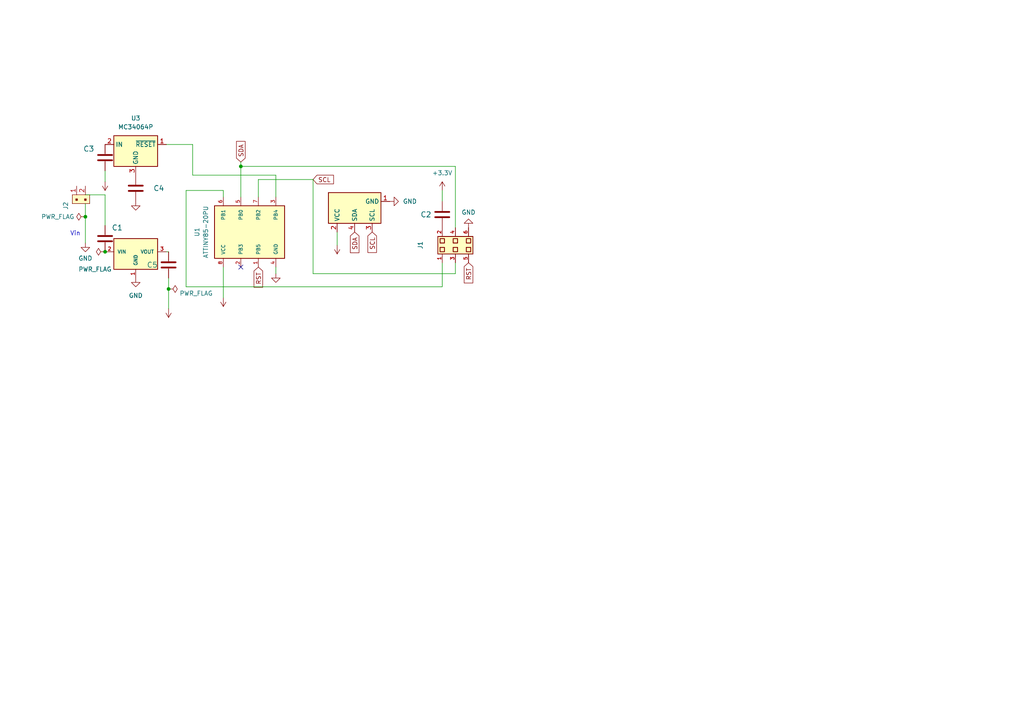
<source format=kicad_sch>
(kicad_sch (version 20230121) (generator eeschema)
  (paper "A4")
  (title_block (title "Project 2 PCB, TinyTemp") (date "04/07/24") (company "Kyle Auyeung"))
  (lib_symbols
    (symbol "30306-6002HB:30306-6002HB" (pin_names (offset 1.016))
      (property "Reference" "J" (at -0.762 8.128 0))
      (property "Value" "30306-6002HB" (at -7.62 6.35 0))
      (symbol "30306-6002HB_1_0"
        (rectangle (start -2.54 5.08) (end 2.54 -5.08) (stroke (width 0.254)) (fill (type background)))
        (pin passive line (at -5.08 3.81 0) (length 2.54) (name "") (number "1"))
        (pin passive line (at 5.08 3.81 180) (length 2.54) (name "") (number "2"))
        (pin passive line (at -5.08 0 0) (length 2.54) (name "") (number "3"))
        (pin passive line (at 5.08 0 180) (length 2.54) (name "") (number "4"))
        (pin passive line (at -5.08 -3.81 0) (length 2.54) (name "") (number "5"))
        (pin passive line (at 5.08 -3.81 180) (length 2.54) (name "") (number "6"))
      )
      (symbol "30306-6002HB_1_1"
        (rectangle (start -1.905 -3.175) (end -0.635 -4.445) (stroke (width 0.254)))
        (rectangle (start -1.905 0.635) (end -0.635 -0.635) (stroke (width 0.254)))
        (rectangle (start -1.905 4.445) (end -0.635 3.175) (stroke (width 0.254)))
        (rectangle (start 0.635 -3.175) (end 1.905 -4.445) (stroke (width 0.254)))
        (rectangle (start 0.635 0.635) (end 1.905 -0.635) (stroke (width 0.254)))
        (rectangle (start 0.635 4.445) (end 1.905 3.175) (stroke (width 0.254)))
      )
    )
    (symbol "ATTINY85-20PU:ATTINY85-20PU" (pin_names (offset 1.016))
      (property "Reference" "U" (at -0.635 13.97 0))
      (property "Value" "ATTINY85-20PU" (at -7.62 12.065 0))
      (symbol "ATTINY85-20PU_1_0"
        (rectangle (start -7.62 11.43) (end 7.62 -8.89) (stroke (width 0.254)) (fill (type background)))
        (pin bidirectional line (at -10.16 -1.27 0) (length 2.54) (name "PB5") (number "1"))
        (pin bidirectional line (at -10.16 3.81 0) (length 2.54) (name "PB3") (number "2"))
        (pin bidirectional line (at 10.16 -6.35 180) (length 2.54) (name "PB4") (number "3"))
        (pin power_in line (at -10.16 -6.35 0) (length 2.54) (name "GND") (number "4"))
        (pin bidirectional line (at 10.16 3.81 180) (length 2.54) (name "PB0") (number "5"))
        (pin bidirectional line (at 10.16 8.89 180) (length 2.54) (name "PB1") (number "6"))
        (pin bidirectional line (at 10.16 -1.27 180) (length 2.54) (name "PB2") (number "7"))
        (pin power_in line (at -10.16 8.89 0) (length 2.54) (name "VCC") (number "8"))
      )
    )
    (symbol "C320C104K5R5TA7317:C320C104K5R5TA7317" (pin_numbers hide) (pin_names (offset 0.254) hide)
      (property "Reference" "C" (at 0 6.35 0))
      (property "Value" "C320C104K5R5TA7317" (at 0 3.81 0))
      (symbol "C320C104K5R5TA7317_0_1"
        (polyline (pts (xy -1.27 0) (xy -1.016 0)))
        (polyline (pts (xy -0.762 -2.032) (xy -0.762 2.032)) (stroke (width 0.508)))
        (polyline (pts (xy 0.762 -2.032) (xy 0.762 2.032)) (stroke (width 0.508)))
        (polyline (pts (xy 1.27 0) (xy 1.016 0)))
      )
      (symbol "C320C104K5R5TA7317_1_1"
        (pin passive line (at -3.81 0 0) (length 2.54) (name "") (number "1"))
        (pin passive line (at 3.81 0 180) (length 2.54) (name "") (number "2"))
      )
      (symbol "C320C104K5R5TA7317_1_2"
        (polyline (pts (xy -1.905 -4.1148) (xy 1.905 -4.1148)) (stroke (width 0.2032)))
        (polyline (pts (xy -1.905 -3.4798) (xy 1.905 -3.4798)) (stroke (width 0.2032)))
        (polyline (pts (xy 0 -4.1148) (xy 0 -5.08)) (stroke (width 0.2032)))
        (polyline (pts (xy 0 -2.54) (xy 0 -3.4798)) (stroke (width 0.2032)))
        (pin unspecified line (at 0 0 270) (length 2.54) (name "") (number "1"))
        (pin unspecified line (at 0 -7.62 90) (length 2.54) (name "") (number "2"))
      )
    )
    (symbol "C330C105K5R5TA:C330C105K5R5TA" (pin_numbers hide) (pin_names (offset 0.254) hide)
      (property "Reference" "C" (at 0 6.35 0))
      (property "Value" "C330C105K5R5TA" (at 0 3.81 0))
      (symbol "C330C105K5R5TA_0_1"
        (polyline (pts (xy -1.27 0) (xy -1.016 0)))
        (polyline (pts (xy -0.762 -2.032) (xy -0.762 2.032)) (stroke (width 0.508)))
        (polyline (pts (xy 0.762 -2.032) (xy 0.762 2.032)) (stroke (width 0.508)))
        (polyline (pts (xy 1.27 0) (xy 1.016 0)))
      )
      (symbol "C330C105K5R5TA_1_1"
        (pin passive line (at -3.81 0 0) (length 2.54) (name "") (number "1"))
        (pin passive line (at 3.81 0 180) (length 2.54) (name "") (number "2"))
      )
      (symbol "C330C105K5R5TA_1_2"
        (polyline (pts (xy -1.905 -4.1148) (xy 1.905 -4.1148)) (stroke (width 0.2032)))
        (polyline (pts (xy -1.905 -3.4798) (xy 1.905 -3.4798)) (stroke (width 0.2032)))
        (polyline (pts (xy 0 -4.1148) (xy 0 -5.08)) (stroke (width 0.2032)))
        (polyline (pts (xy 0 -2.54) (xy 0 -3.4798)) (stroke (width 0.2032)))
        (pin unspecified line (at 0 0 270) (length 2.54) (name "") (number "1"))
        (pin unspecified line (at 0 -7.62 90) (length 2.54) (name "") (number "2"))
      )
    )
    (symbol "MCP1700-3302E_TO:MCP1700-3302E_TO" (pin_names (offset 1.016))
      (property "Reference" "U1" (at 0 7.747 0))
      (property "Value" "MCP1700-3302E_TO" (at 0 5.207 0))
      (symbol "MCP1700-3302E_TO_1_0"
        (rectangle (start -6.35 3.81) (end 6.35 -5.08) (stroke (width 0.254)) (fill (type background)))
        (pin power_in line (at 0 -7.62 90) (length 2.54) (name "GND") (number "1"))
        (pin power_in line (at -8.89 0 0) (length 2.54) (name "VIN") (number "2"))
        (pin power_out line (at 8.89 0 180) (length 2.54) (name "VOUT") (number "3"))
      )
    )
    (symbol "Power_Supervisor:MC34064P"
      (property "Reference" "U" (at -5.08 5.08 0))
      (property "Value" "MC34064P" (at 5.08 5.08 0))
      (symbol "MC34064P_0_1"
        (rectangle (start -6.35 -5.08) (end 6.35 3.81) (stroke (width 0.254)) (fill (type background)))
      )
      (symbol "MC34064P_1_1"
        (pin open_collector line (at 8.89 1.27 180) (length 2.54) (name "~{RESET}") (number "1"))
        (pin input line (at -8.89 1.27 0) (length 2.54) (name "IN") (number "2"))
        (pin input line (at 0 -7.62 90) (length 2.54) (name "GND") (number "3"))
      )
    )
    (symbol "SSD1306:SSD1306"
      (property "Reference" "DS1" (at -6.35 19.05 0))
      (property "Value" "SSD1306" (at -8.89 16.51 0))
      (symbol "SSD1306_1_1"
        (rectangle (start -8.89 13.97) (end 0 -1.27) (stroke (width 0.254)) (fill (type background)))
        (pin power_in line (at -2.54 -3.81 90) (length 2.54) (name "GND") (number "1"))
        (pin power_in line (at -11.43 11.43 0) (length 2.54) (name "VCC") (number "2"))
        (pin bidirectional line (at -11.43 1.27 0) (length 2.54) (name "SCL") (number "3"))
        (pin bidirectional line (at -11.43 6.35 0) (length 2.54) (name "SDA") (number "4"))
      )
    )
    (symbol "dk_Rectangular-Connectors-Headers-Male-Pins:M20-9990246" (pin_names (offset 1.016))
      (property "Reference" "J" (at -2.54 1.27 0))
      (property "Value" "M20-9990246" (at 1.27 -3.81 0))
      (symbol "M20-9990246_1_1"
        (rectangle (start -1.27 0) (end 3.81 -2.54) (fill (type background)))
        (rectangle (start -0.254 -1.143) (end 0.254 -1.651) (fill (type outline)))
        (rectangle (start 2.286 -1.143) (end 2.794 -1.651) (fill (type outline)))
        (pin passive line (at 0 2.54 270) (length 2.54) (name "~") (number "1"))
        (pin passive line (at 2.54 2.54 270) (length 2.54) (name "~") (number "2"))
      )
    )
    (symbol "power:+3.3V" (power) (pin_names (offset 0))
      (property "Value" "+3.3V" (at 0 3.556 0))
      (symbol "+3.3V_0_1"
        (polyline (pts (xy -0.762 1.27) (xy 0 2.54)))
        (polyline (pts (xy 0 0) (xy 0 2.54)))
        (polyline (pts (xy 0 2.54) (xy 0.762 1.27)))
      )
      (symbol "+3.3V_1_1"
        (pin power_in line (at 0 0 90) (length 0) hide (name "+3.3V") (number "1"))
      )
    )
    (symbol "power:GND" (power) (pin_names (offset 0))
      (property "Value" "GND" (at 0 -3.81 0))
      (symbol "GND_0_1"
        (polyline (pts (xy 0 0) (xy 0 -1.27) (xy 1.27 -1.27) (xy 0 -2.54) (xy -1.27 -1.27) (xy 0 -1.27)))
      )
      (symbol "GND_1_1"
        (pin power_in line (at 0 0 270) (length 0) hide (name "GND") (number "1"))
      )
    )
    (symbol "power:PWR_FLAG" (power) (pin_numbers hide) (pin_names (offset 0) hide)
      (property "Value" "PWR_FLAG" (at 0 3.81 0))
      (symbol "PWR_FLAG_0_0"
        (pin power_out line (at 0 0 90) (length 0) (name "pwr") (number "1"))
      )
      (symbol "PWR_FLAG_0_1"
        (polyline (pts (xy 0 0) (xy 0 1.27) (xy -1.016 1.905) (xy 0 2.54) (xy 1.016 1.905) (xy 0 1.27)))
      )
    )
  )
  (junction (at 24.765 62.865))
  (junction (at 69.85 48.26))
  (junction (at 48.895 83.82))
  (junction (at 30.48 73.025))
  (no_connect (at 69.85 77.47))
  (wire (pts (xy 74.93 52.07) (xy 90.805 52.07)))
  (wire (pts (xy 69.85 46.99) (xy 69.85 48.26)))
  (wire (pts (xy 128.27 83.185) (xy 128.27 76.2)))
  (wire (pts (xy 24.765 56.515) (xy 30.48 56.515)))
  (wire (pts (xy 30.48 56.515) (xy 30.48 65.405)))
  (wire (pts (xy 80.01 79.375) (xy 80.01 77.47)))
  (wire (pts (xy 30.48 52.705) (xy 30.48 49.53)))
  (wire (pts (xy 55.88 50.8) (xy 55.88 41.91)))
  (wire (pts (xy 64.77 55.245) (xy 53.975 55.245)))
  (wire (pts (xy 48.26 41.91) (xy 55.88 41.91)))
  (wire (pts (xy 53.975 55.245) (xy 53.975 83.185)))
  (wire (pts (xy 69.85 48.26) (xy 69.85 57.15)))
  (wire (pts (xy 132.08 79.375) (xy 132.08 76.2)))
  (wire (pts (xy 48.895 83.82) (xy 48.895 80.645)))
  (wire (pts (xy 80.01 50.8) (xy 55.88 50.8)))
  (wire (pts (xy 64.77 57.15) (xy 64.77 55.245)))
  (wire (pts (xy 48.895 73.025) (xy 48.26 73.025)))
  (wire (pts (xy 74.93 52.07) (xy 74.93 57.15)))
  (wire (pts (xy 24.765 59.055) (xy 24.765 62.865)))
  (wire (pts (xy 90.805 79.375) (xy 132.08 79.375)))
  (wire (pts (xy 48.895 89.535) (xy 48.895 83.82)))
  (wire (pts (xy 132.08 48.26) (xy 132.08 66.04)))
  (wire (pts (xy 53.975 83.185) (xy 128.27 83.185)))
  (wire (pts (xy 69.85 48.26) (xy 132.08 48.26)))
  (wire (pts (xy 80.01 57.15) (xy 80.01 50.8)))
  (wire (pts (xy 97.79 71.12) (xy 97.79 67.31)))
  (wire (pts (xy 128.27 55.245) (xy 128.27 58.42)))
  (wire (pts (xy 64.77 86.36) (xy 64.77 77.47)))
  (wire (pts (xy 24.765 62.865) (xy 24.765 70.485)))
  (wire (pts (xy 90.805 52.07) (xy 90.805 79.375)))
  (text "Vin\n" (at 20.32 68.58 0) (effects (font (size 1.27 1.27)) (justify left bottom)))
  (global_label "SCL" (shape input) (at 90.805 52.07 0) (property "Intersheetrefs" "${INTERSHEET_REFS}" (effects hide)))
  (global_label "RST" (shape input) (at 135.89 76.2 270) (property "Intersheetrefs" "${INTERSHEET_REFS}" (effects hide)))
  (global_label "RST" (shape input) (at 74.93 77.47 270) (property "Intersheetrefs" "${INTERSHEET_REFS}" (effects hide)))
  (global_label "SDA" (shape input) (at 69.85 46.99 90) (property "Intersheetrefs" "${INTERSHEET_REFS}" (effects hide)))
  (global_label "SCL" (shape input) (at 107.95 67.31 270) (property "Intersheetrefs" "${INTERSHEET_REFS}" (effects hide)))
  (global_label "SDA" (shape input) (at 102.87 67.31 270) (property "Intersheetrefs" "${INTERSHEET_REFS}" (effects hide)))
  (symbol (lib_id "SSD1306:SSD1306") (at 109.22 55.88 90) (unit 1)
    (property "Reference" "DS1" (effects hide))
    (property "Value" "SSD1306" (effects hide))
    (property "Footprint" "drive-download-20240408T221010Z-001:SSD1306" (effects hide))
  )
  (symbol (lib_id "C330C105K5R5TA:C330C105K5R5TA") (at 48.895 76.835 90) (unit 1)
    (property "Reference" "C5" (at 42.545 76.835 90) (effects (font (size 1.524 1.524)) (justify right)))
    (property "Value" "C330C105K5R5TA" (effects hide))
    (property "Footprint" "drive-download-20240408T220839Z-001:C330C105K5R5TA" (effects hide))
    (property "Datasheet" "C330C105K5R5TA" (effects hide))
  )
  (symbol (lib_id "power:+3.3V") (at 48.895 89.535 180) (unit 1)
    (property "Reference" "#PWR03" (effects hide))
    (property "Value" "+3.3V" (effects hide))
  )
  (symbol (lib_id "power:GND") (at 135.89 66.04 180) (unit 1)
    (property "Reference" "#PWR01" (effects hide))
    (property "Value" "GND" (at 135.89 61.595 0))
  )
  (symbol (lib_id "power:GND") (at 80.01 79.375 0) (unit 1)
    (property "Reference" "#PWR06" (effects hide))
    (property "Value" "GND" (effects hide))
  )
  (symbol (lib_id "C320C104K5R5TA7317:C320C104K5R5TA7317") (at 128.27 62.23 90) (unit 1)
    (property "Reference" "C2" (at 121.92 62.23 90) (effects (font (size 1.524 1.524)) (justify right)))
    (property "Value" "C320C104K5R5TA7317" (effects hide))
    (property "Footprint" "drive-download-20240408T220858Z-001:C320C104K5R5TA7317" (effects hide))
    (property "Datasheet" "C320C104K5R5TA7317" (effects hide))
  )
  (symbol (lib_id "C320C104K5R5TA7317:C320C104K5R5TA7317") (at 30.48 45.72 270) (unit 1)
    (property "Reference" "C3" (at 24.13 43.18 90) (effects (font (size 1.524 1.524)) (justify left)))
    (property "Value" "C320C104K5R5TA7317" (effects hide))
    (property "Footprint" "drive-download-20240408T220858Z-001:C320C104K5R5TA7317" (effects hide))
    (property "Datasheet" "C320C104K5R5TA7317" (effects hide))
  )
  (symbol (lib_id "power:+3.3V") (at 97.79 71.12 180) (unit 1)
    (property "Reference" "#PWR011" (effects hide))
    (property "Value" "+3.3V" (effects hide))
  )
  (symbol (lib_id "power:+3.3V") (at 64.77 86.36 180) (unit 1)
    (property "Reference" "#PWR08" (effects hide))
    (property "Value" "+3.3V" (effects hide))
  )
  (symbol (lib_id "ATTINY85-20PU:ATTINY85-20PU") (at 73.66 67.31 90) (unit 1)
    (property "Reference" "U1" (at 57.15 67.31 0))
    (property "Value" "ATTINY85-20PU" (at 59.69 67.31 0))
    (property "Footprint" "drive-download-20240408T220916Z-001:ATTINY85-20PU" (effects hide))
    (property "DigiKey_Part_Number" "ATTINY85-20PU-ND" (effects hide))
    (property "MF" "Microchip" (effects hide))
    (property "Purchase-URL" "https://www.snapeda.com/api/url_track_click_mouser/?unipart_id=42827&manufacturer=Microchip&part_name=ATTINY85-20PU&search_term=None" (effects hide))
    (property "Package" "DIP-8 Atmel" (effects hide))
    (property "Check_prices" "https://www.snapeda.com/parts/ATTINY85-20PU/Microchip/view-part/?ref=eda" (effects hide))
    (property "SnapEDA_Link" "https://www.snapeda.com/parts/ATTINY85-20PU/Microchip/view-part/?ref=snap" (effects hide))
    (property "MP" "ATTINY85-20PU" (effects hide))
    (property "Description" "\nAVR AVR® ATtiny, Functional Safety (FuSa) Microcontroller IC 8-Bit 20MHz 8KB (4K x 16) FLASH 8-PDIP\n" (effects hide))
    (property "MANUFACTURER" "Atmel" (effects hide))
  )
  (symbol (lib_id "30306-6002HB:30306-6002HB") (at 132.08 71.12 90) (unit 1)
    (property "Reference" "J1" (at 121.92 71.12 0))
    (property "Value" "30306-6002HB" (effects hide))
    (property "Footprint" "drive-download-20240408T220953Z-001:30306-6002HB" (effects hide))
    (property "STANDARD" "Manufacturer recommendations" (effects hide))
    (property "MAXIMUM_PACKAGE_HEIGHT" "9.3mm" (effects hide))
    (property "MANUFACTURER" "3M" (effects hide))
  )
  (symbol (lib_id "power:PWR_FLAG") (at 24.765 62.865 90) (unit 1)
    (property "Reference" "#FLG03" (effects hide))
    (property "Value" "PWR_FLAG" (at 21.59 62.865 90) (effects (justify left)))
  )
  (symbol (lib_id "power:+3.3V") (at 128.27 55.245 0) (unit 1)
    (property "Reference" "#PWR07" (effects hide))
    (property "Value" "+3.3V" (at 128.27 50.165 0))
  )
  (symbol (lib_id "C320C104K5R5TA7317:C320C104K5R5TA7317") (at 39.37 54.61 270) (unit 1)
    (property "Reference" "C4" (at 44.45 54.61 90) (effects (font (size 1.524 1.524)) (justify left)))
    (property "Value" "C320C104K5R5TA7317" (effects hide))
    (property "Footprint" "drive-download-20240408T220858Z-001:C320C104K5R5TA7317" (effects hide))
    (property "Datasheet" "C320C104K5R5TA7317" (effects hide))
  )
  (symbol (lib_id "power:PWR_FLAG") (at 48.895 83.82 270) (unit 1)
    (property "Reference" "#FLG01" (effects hide))
    (property "Value" "PWR_FLAG" (at 52.07 85.09 90) (effects (justify left)))
  )
  (symbol (lib_id "MCP1700-3302E_TO:MCP1700-3302E_TO") (at 39.37 73.025 0) (unit 1)
    (property "Reference" "U2" (effects hide))
    (property "Value" "MCP1700-3302E_TO" (effects hide))
    (property "Footprint" "drive-download-20240408T220931Z-001:MCP1700-3302E_TO" (effects hide))
    (property "SUPPLIER" "Microchip" (effects hide))
    (property "OC_FARNELL" "1331481" (effects hide))
    (property "OC_NEWARK" "34M7415" (effects hide))
    (property "MPN" "MCP1700-3302E/TO" (effects hide))
    (property "PACKAGE" "TO-92" (effects hide))
  )
  (symbol (lib_id "power:+3.3V") (at 30.48 52.705 180) (unit 1)
    (property "Reference" "#PWR05" (effects hide))
    (property "Value" "+3.3V" (effects hide))
  )
  (symbol (lib_id "power:GND") (at 39.37 80.645 0) (unit 1)
    (property "Reference" "#PWR02" (effects hide))
    (property "Value" "GND" (at 39.37 85.725 0))
  )
  (symbol (lib_id "C330C105K5R5TA:C330C105K5R5TA") (at 30.48 69.215 90) (unit 1)
    (property "Reference" "C1" (at 32.385 66.04 90) (effects (font (size 1.524 1.524)) (justify right)))
    (property "Value" "C330C105K5R5TA" (effects hide))
    (property "Footprint" "drive-download-20240408T220839Z-001:C330C105K5R5TA" (effects hide))
    (property "Datasheet" "C330C105K5R5TA" (effects hide))
  )
  (symbol (lib_id "power:PWR_FLAG") (at 30.48 73.025 90) (unit 1)
    (property "Reference" "#FLG02" (effects hide))
    (property "Value" "PWR_FLAG" (at 32.385 78.105 90) (effects (justify left)))
  )
  (symbol (lib_id "power:GND") (at 39.37 58.42 0) (unit 1)
    (property "Reference" "#PWR04" (effects hide))
    (property "Value" "GND" (effects hide))
  )
  (symbol (lib_id "power:GND") (at 113.03 58.42 90) (unit 1)
    (property "Reference" "#PWR010" (effects hide))
    (property "Value" "GND" (at 116.84 58.42 90) (effects (justify right)))
  )
  (symbol (lib_id "Power_Supervisor:MC34064P") (at 39.37 43.18 0) (unit 1)
    (property "Reference" "U3" (at 39.37 34.29 0))
    (property "Value" "MC34064P" (at 39.37 36.83 0))
    (property "Footprint" "Package_TO_SOT_THT:TO-92L_Inline" (effects hide))
    (property "Datasheet" "https://www.onsemi.com/pub/Collateral/MC34064-D.PDF" (effects hide))
  )
  (symbol (lib_id "dk_Rectangular-Connectors-Headers-Male-Pins:M20-9990246") (at 22.225 56.515 0) (unit 1)
    (property "Reference" "J2" (at 19.05 59.69 90))
    (property "Value" "M20-9990246" (effects hide))
    (property "Footprint" "digikey-footprints:PinHeader_1x2_P2.54mm" (effects hide))
    (property "Datasheet" "https://cdn.harwin.com/pdfs/M20-999.pdf" (effects hide))
    (property "Digi-Key_PN" "952-2262-ND" (effects hide))
    (property "MPN" "M20-9990246" (effects hide))
    (property "Category" "Connectors, Interconnects" (effects hide))
    (property "Family" "Rectangular Connectors - Headers, Male Pins" (effects hide))
    (property "DK_Datasheet_Link" "https://cdn.harwin.com/pdfs/M20-999.pdf" (effects hide))
    (property "DK_Detail_Page" "/product-detail/en/harwin-inc/M20-9990246/952-2262-ND/3728226" (effects hide))
    (property "Description" "CONN HEADER VERT 2POS 2.54MM" (effects hide))
    (property "Manufacturer" "Harwin Inc." (effects hide))
    (property "Status" "Active" (effects hide))
  )
  (symbol (lib_id "power:GND") (at 24.765 70.485 0) (unit 1)
    (property "Reference" "#PWR09" (effects hide))
    (property "Value" "GND" (at 24.765 74.93 0))
  )
)
</source>
